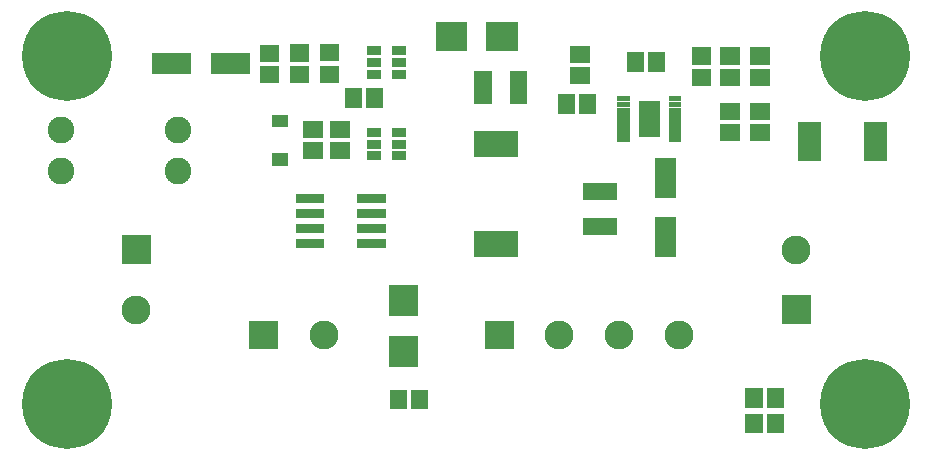
<source format=gbr>
G04 start of page 6 for group -4063 idx -4063 *
G04 Title: (unknown), componentmask *
G04 Creator: pcb 4.0.2 *
G04 CreationDate: Thu Jun 24 15:44:02 2021 UTC *
G04 For: ndholmes *
G04 Format: Gerber/RS-274X *
G04 PCB-Dimensions (mil): 3000.00 1500.00 *
G04 PCB-Coordinate-Origin: lower left *
%MOIN*%
%FSLAX25Y25*%
%LNTOPMASK*%
%ADD40C,0.0890*%
%ADD39C,0.0960*%
%ADD38C,0.0001*%
%ADD37C,0.2997*%
G54D37*X17000Y17000D03*
G54D38*G36*
X156200Y44800D02*Y35200D01*
X165800D01*
Y44800D01*
X156200D01*
G37*
G36*
X77700D02*Y35200D01*
X87300D01*
Y44800D01*
X77700D01*
G37*
G54D39*X102500Y40000D03*
G54D38*G36*
X35200Y73300D02*Y63700D01*
X44800D01*
Y73300D01*
X35200D01*
G37*
G54D39*X40000Y48500D03*
G54D37*X283000Y133000D03*
Y17000D03*
G54D38*G36*
X255200Y53300D02*Y43700D01*
X264800D01*
Y53300D01*
X255200D01*
G37*
G54D39*X260000Y68500D03*
X181000Y40000D03*
X201000D03*
X221000D03*
G54D37*X17000Y133000D03*
G54D40*X15000Y108200D03*
Y94800D03*
X54000Y108200D03*
Y94800D03*
G54D38*G36*
X45215Y133950D02*Y127050D01*
X58414D01*
Y133950D01*
X45215D01*
G37*
G36*
X64900D02*Y127050D01*
X78099D01*
Y133950D01*
X64900D01*
G37*
G36*
X91248Y129816D02*Y124098D01*
X97752D01*
Y129816D01*
X91248D01*
G37*
G36*
X101248Y129859D02*Y124141D01*
X107752D01*
Y129859D01*
X101248D01*
G37*
G36*
X158454Y128114D02*X152736D01*
Y116886D01*
X158454D01*
Y128114D01*
G37*
G36*
X170264D02*X164546D01*
Y116886D01*
X170264D01*
Y128114D01*
G37*
G36*
X91248Y136902D02*Y131184D01*
X97752D01*
Y136902D01*
X91248D01*
G37*
G36*
X101248Y136945D02*Y131227D01*
X107752D01*
Y136945D01*
X101248D01*
G37*
G36*
X81248Y136859D02*Y131141D01*
X87752D01*
Y136859D01*
X81248D01*
G37*
G36*
Y129773D02*Y124055D01*
X87752D01*
Y129773D01*
X81248D01*
G37*
G36*
X117000Y109050D02*Y106050D01*
X121600D01*
Y109050D01*
X117000D01*
G37*
G36*
X104748Y111402D02*Y105684D01*
X111252D01*
Y111402D01*
X104748D01*
G37*
G36*
X125200Y101250D02*Y98250D01*
X129800D01*
Y101250D01*
X125200D01*
G37*
G36*
Y105150D02*Y102150D01*
X129800D01*
Y105150D01*
X125200D01*
G37*
G36*
Y109050D02*Y106050D01*
X129800D01*
Y109050D01*
X125200D01*
G37*
G36*
Y128500D02*Y125500D01*
X129800D01*
Y128500D01*
X125200D01*
G37*
G36*
Y132400D02*Y129400D01*
X129800D01*
Y132400D01*
X125200D01*
G37*
G36*
Y136300D02*Y133300D01*
X129800D01*
Y136300D01*
X125200D01*
G37*
G36*
X115316Y122252D02*X109598D01*
Y115748D01*
X115316D01*
Y122252D01*
G37*
G36*
X122402D02*X116684D01*
Y115748D01*
X122402D01*
Y122252D01*
G37*
G36*
X117000Y136300D02*Y133300D01*
X121600D01*
Y136300D01*
X117000D01*
G37*
G36*
Y132400D02*Y129400D01*
X121600D01*
Y132400D01*
X117000D01*
G37*
G36*
Y128500D02*Y125500D01*
X121600D01*
Y128500D01*
X117000D01*
G37*
G36*
X139814Y144328D02*Y134672D01*
X150256D01*
Y144328D01*
X139814D01*
G37*
G36*
X156744D02*Y134672D01*
X167186D01*
Y144328D01*
X156744D01*
G37*
G36*
X184748Y136402D02*Y130684D01*
X191252D01*
Y136402D01*
X184748D01*
G37*
G36*
Y129316D02*Y123598D01*
X191252D01*
Y129316D01*
X184748D01*
G37*
G36*
X209316Y134252D02*X203598D01*
Y127748D01*
X209316D01*
Y134252D01*
G37*
G36*
X200402Y119790D02*Y117990D01*
X204502D01*
Y119790D01*
X200402D01*
G37*
G36*
X201100D02*Y117990D01*
X203900D01*
Y119790D01*
X201100D01*
G37*
G36*
X200402Y117821D02*Y116020D01*
X204502D01*
Y117821D01*
X200402D01*
G37*
G36*
X201100D02*Y116020D01*
X203900D01*
Y117821D01*
X201100D01*
G37*
G36*
X200402Y115854D02*Y114053D01*
X204502D01*
Y115854D01*
X200402D01*
G37*
G36*
X201100D02*Y114053D01*
X203900D01*
Y115854D01*
X201100D01*
G37*
G36*
X200402Y113884D02*Y112084D01*
X204502D01*
Y113884D01*
X200402D01*
G37*
G36*
X201100D02*Y112084D01*
X203900D01*
Y113884D01*
X201100D01*
G37*
G36*
X186316Y120252D02*X180598D01*
Y113748D01*
X186316D01*
Y120252D01*
G37*
G36*
X193402D02*X187684D01*
Y113748D01*
X193402D01*
Y120252D01*
G37*
G36*
X244748Y110316D02*Y104598D01*
X251252D01*
Y110316D01*
X244748D01*
G37*
G36*
Y117402D02*Y111684D01*
X251252D01*
Y117402D01*
X244748D01*
G37*
G36*
X268319Y111099D02*X260632D01*
Y97900D01*
X268319D01*
Y111099D01*
G37*
G36*
X290368D02*X282681D01*
Y97900D01*
X290368D01*
Y111099D01*
G37*
G36*
X217498Y106010D02*Y104210D01*
X221598D01*
Y106010D01*
X217498D01*
G37*
G36*
Y107980D02*Y106179D01*
X221598D01*
Y107980D01*
X217498D01*
G37*
G36*
X218100Y106010D02*Y104210D01*
X220900D01*
Y106010D01*
X218100D01*
G37*
G36*
Y107980D02*Y106179D01*
X220900D01*
Y107980D01*
X218100D01*
G37*
G36*
X234748Y110316D02*Y104598D01*
X241252D01*
Y110316D01*
X234748D01*
G37*
G36*
X217498Y115854D02*Y114053D01*
X221598D01*
Y115854D01*
X217498D01*
G37*
G36*
X218100D02*Y114053D01*
X220900D01*
Y115854D01*
X218100D01*
G37*
G36*
X234748Y117402D02*Y111684D01*
X241252D01*
Y117402D01*
X234748D01*
G37*
G36*
X217498Y117821D02*Y116020D01*
X221598D01*
Y117821D01*
X217498D01*
G37*
G36*
X218100D02*Y116020D01*
X220900D01*
Y117821D01*
X218100D01*
G37*
G36*
X217498Y119790D02*Y117990D01*
X221598D01*
Y119790D01*
X217498D01*
G37*
G36*
X218100D02*Y117990D01*
X220900D01*
Y119790D01*
X218100D01*
G37*
G36*
X217498Y109947D02*Y108146D01*
X221598D01*
Y109947D01*
X217498D01*
G37*
G36*
Y111916D02*Y110116D01*
X221598D01*
Y111916D01*
X217498D01*
G37*
G36*
Y113884D02*Y112084D01*
X221598D01*
Y113884D01*
X217498D01*
G37*
G36*
X218100Y109947D02*Y108146D01*
X220900D01*
Y109947D01*
X218100D01*
G37*
G36*
Y111916D02*Y110116D01*
X220900D01*
Y111916D01*
X218100D01*
G37*
G36*
Y113884D02*Y112084D01*
X220900D01*
Y113884D01*
X218100D01*
G37*
G36*
X188886Y78954D02*Y73236D01*
X200114D01*
Y78954D01*
X188886D01*
G37*
G36*
X219950Y79257D02*X213050D01*
Y66058D01*
X219950D01*
Y79257D01*
G37*
G36*
X152763Y74580D02*Y66106D01*
X167237D01*
Y74580D01*
X152763D01*
G37*
G36*
X188886Y90764D02*Y85046D01*
X200114D01*
Y90764D01*
X188886D01*
G37*
G36*
X219950Y98942D02*X213050D01*
Y85743D01*
X219950D01*
Y98942D01*
G37*
G36*
X200402Y111916D02*Y110116D01*
X204502D01*
Y111916D01*
X200402D01*
G37*
G36*
Y109947D02*Y108146D01*
X204502D01*
Y109947D01*
X200402D01*
G37*
G36*
X201100Y111916D02*Y110116D01*
X203900D01*
Y111916D01*
X201100D01*
G37*
G36*
Y109947D02*Y108146D01*
X203900D01*
Y109947D01*
X201100D01*
G37*
G36*
X200402Y107980D02*Y106179D01*
X204502D01*
Y107980D01*
X200402D01*
G37*
G36*
Y106010D02*Y104210D01*
X204502D01*
Y106010D01*
X200402D01*
G37*
G36*
X201100Y107980D02*Y106179D01*
X203900D01*
Y107980D01*
X201100D01*
G37*
G36*
Y106010D02*Y104210D01*
X203900D01*
Y106010D01*
X201100D01*
G37*
G36*
X213268Y115253D02*X208732D01*
Y108747D01*
X213268D01*
Y115253D01*
G37*
G36*
X214550Y117900D02*X207450D01*
Y106100D01*
X214550D01*
Y117900D01*
G37*
G36*
X216402Y134252D02*X210684D01*
Y127748D01*
X216402D01*
Y134252D01*
G37*
G36*
X225248Y135902D02*Y130184D01*
X231752D01*
Y135902D01*
X225248D01*
G37*
G36*
Y128816D02*Y123098D01*
X231752D01*
Y128816D01*
X225248D01*
G37*
G36*
X234748D02*Y123098D01*
X241252D01*
Y128816D01*
X234748D01*
G37*
G36*
Y135902D02*Y130184D01*
X241252D01*
Y135902D01*
X234748D01*
G37*
G36*
X244748Y128816D02*Y123098D01*
X251252D01*
Y128816D01*
X244748D01*
G37*
G36*
Y135902D02*Y130184D01*
X251252D01*
Y135902D01*
X244748D01*
G37*
G36*
X130316Y21752D02*X124598D01*
Y15248D01*
X130316D01*
Y21752D01*
G37*
G36*
X137402D02*X131684D01*
Y15248D01*
X137402D01*
Y21752D01*
G37*
G36*
X133828Y39756D02*X124172D01*
Y29314D01*
X133828D01*
Y39756D01*
G37*
G36*
Y56686D02*X124172D01*
Y46244D01*
X133828D01*
Y56686D01*
G37*
G36*
X255902Y13752D02*X250184D01*
Y7248D01*
X255902D01*
Y13752D01*
G37*
G36*
X248816D02*X243098D01*
Y7248D01*
X248816D01*
Y13752D01*
G37*
G36*
Y22252D02*X243098D01*
Y15748D01*
X248816D01*
Y22252D01*
G37*
G36*
X255902D02*X250184D01*
Y15748D01*
X255902D01*
Y22252D01*
G37*
G36*
X117000Y105150D02*Y102150D01*
X121600D01*
Y105150D01*
X117000D01*
G37*
G36*
X104748Y104316D02*Y98598D01*
X111252D01*
Y104316D01*
X104748D01*
G37*
G36*
X152763Y107980D02*Y99506D01*
X167237D01*
Y107980D01*
X152763D01*
G37*
G36*
X117000Y101250D02*Y98250D01*
X121600D01*
Y101250D01*
X117000D01*
G37*
G36*
X113750Y72000D02*Y69000D01*
X123250D01*
Y72000D01*
X113750D01*
G37*
G36*
Y77000D02*Y74000D01*
X123250D01*
Y77000D01*
X113750D01*
G37*
G36*
Y82000D02*Y79000D01*
X123250D01*
Y82000D01*
X113750D01*
G37*
G36*
Y87000D02*Y84000D01*
X123250D01*
Y87000D01*
X113750D01*
G37*
G36*
X93250D02*Y84000D01*
X102750D01*
Y87000D01*
X93250D01*
G37*
G36*
Y82000D02*Y79000D01*
X102750D01*
Y82000D01*
X93250D01*
G37*
G36*
Y77000D02*Y74000D01*
X102750D01*
Y77000D01*
X93250D01*
G37*
G36*
Y72000D02*Y69000D01*
X102750D01*
Y72000D01*
X93250D01*
G37*
G36*
X85300Y100600D02*Y96400D01*
X90700D01*
Y100600D01*
X85300D01*
G37*
G36*
Y113500D02*Y109300D01*
X90700D01*
Y113500D01*
X85300D01*
G37*
G36*
X95748Y111402D02*Y105684D01*
X102252D01*
Y111402D01*
X95748D01*
G37*
G36*
Y104316D02*Y98598D01*
X102252D01*
Y104316D01*
X95748D01*
G37*
M02*

</source>
